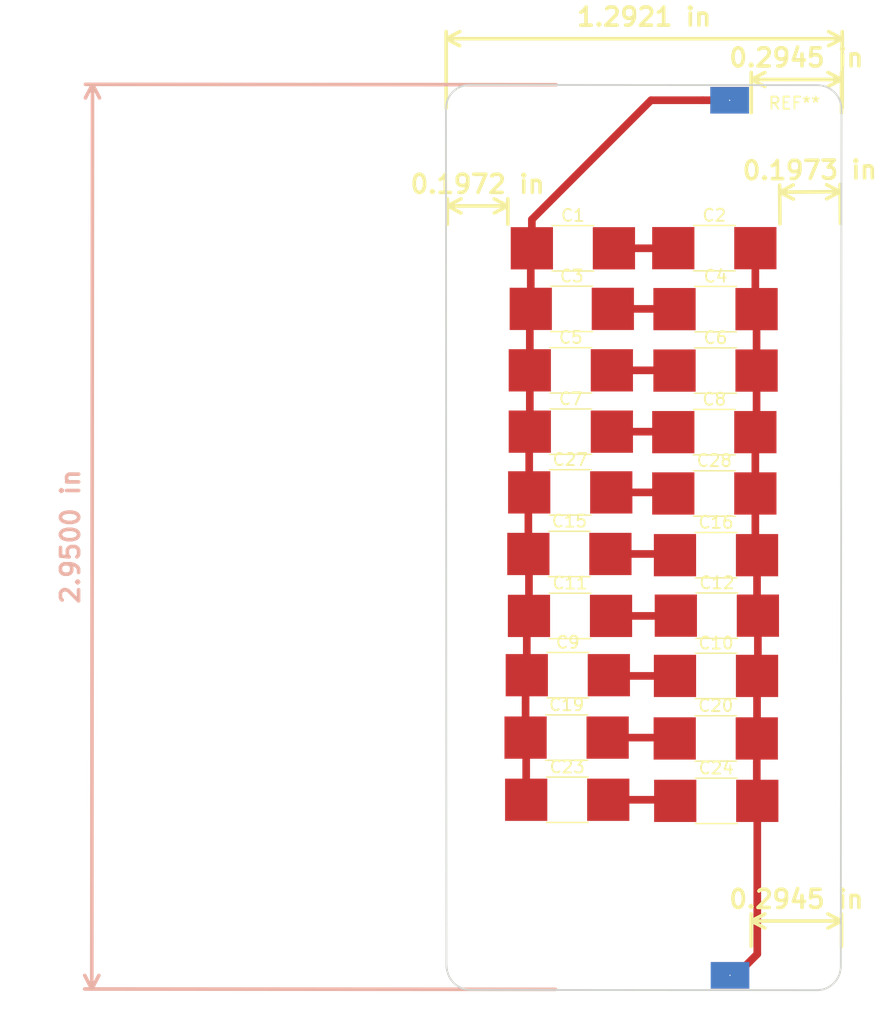
<source format=kicad_pcb>
(kicad_pcb (version 20171130) (host pcbnew "(5.0.2-5-10.14)")

  (general
    (thickness 1.6)
    (drawings 14)
    (tracks 76)
    (zones 0)
    (modules 22)
    (nets 13)
  )

  (page A4)
  (layers
    (0 F.Cu signal)
    (31 B.Cu signal)
    (32 B.Adhes user)
    (33 F.Adhes user)
    (34 B.Paste user)
    (35 F.Paste user)
    (36 B.SilkS user)
    (37 F.SilkS user)
    (38 B.Mask user)
    (39 F.Mask user)
    (40 Dwgs.User user)
    (41 Cmts.User user)
    (42 Eco1.User user)
    (43 Eco2.User user)
    (44 Edge.Cuts user)
    (45 Margin user)
    (46 B.CrtYd user)
    (47 F.CrtYd user)
    (48 B.Fab user)
    (49 F.Fab user)
  )

  (setup
    (last_trace_width 0.635)
    (trace_clearance 0.2)
    (zone_clearance 0.508)
    (zone_45_only no)
    (trace_min 0.2)
    (segment_width 0.2)
    (edge_width 0.15)
    (via_size 0.8)
    (via_drill 0.4)
    (via_min_size 0.4)
    (via_min_drill 0.3)
    (uvia_size 0.3)
    (uvia_drill 0.1)
    (uvias_allowed no)
    (uvia_min_size 0.2)
    (uvia_min_drill 0.1)
    (pcb_text_width 0.3)
    (pcb_text_size 1.5 1.5)
    (mod_edge_width 0.15)
    (mod_text_size 1 1)
    (mod_text_width 0.15)
    (pad_size 3.2 2.2)
    (pad_drill 0.1)
    (pad_to_mask_clearance 0.051)
    (solder_mask_min_width 0.25)
    (aux_axis_origin 0 0)
    (visible_elements FFFFFF7F)
    (pcbplotparams
      (layerselection 0x010fc_ffffffff)
      (usegerberextensions false)
      (usegerberattributes false)
      (usegerberadvancedattributes false)
      (creategerberjobfile false)
      (excludeedgelayer true)
      (linewidth 0.100000)
      (plotframeref false)
      (viasonmask false)
      (mode 1)
      (useauxorigin false)
      (hpglpennumber 1)
      (hpglpenspeed 20)
      (hpglpendiameter 15.000000)
      (psnegative false)
      (psa4output false)
      (plotreference true)
      (plotvalue true)
      (plotinvisibletext false)
      (padsonsilk false)
      (subtractmaskfromsilk false)
      (outputformat 1)
      (mirror false)
      (drillshape 1)
      (scaleselection 1)
      (outputdirectory ""))
  )

  (net 0 "")
  (net 1 "Net-(C1-Pad2)")
  (net 2 VCC)
  (net 3 GND)
  (net 4 "Net-(C3-Pad2)")
  (net 5 "Net-(C5-Pad2)")
  (net 6 "Net-(C7-Pad2)")
  (net 7 "Net-(C10-Pad1)")
  (net 8 "Net-(C11-Pad2)")
  (net 9 "Net-(C15-Pad2)")
  (net 10 "Net-(C19-Pad2)")
  (net 11 "Net-(C23-Pad2)")
  (net 12 "Net-(C27-Pad2)")

  (net_class Default "This is the default net class."
    (clearance 0.2)
    (trace_width 0.635)
    (via_dia 0.8)
    (via_drill 0.4)
    (uvia_dia 0.3)
    (uvia_drill 0.1)
    (add_net GND)
    (add_net "Net-(C1-Pad2)")
    (add_net "Net-(C10-Pad1)")
    (add_net "Net-(C11-Pad2)")
    (add_net "Net-(C15-Pad2)")
    (add_net "Net-(C19-Pad2)")
    (add_net "Net-(C23-Pad2)")
    (add_net "Net-(C27-Pad2)")
    (add_net "Net-(C3-Pad2)")
    (add_net "Net-(C5-Pad2)")
    (add_net "Net-(C7-Pad2)")
    (add_net VCC)
  )

  (module Resistors_SMD:R_1812_HandSoldering (layer F.Cu) (tedit 58E0A804) (tstamp 5CCB8326)
    (at 123.56 34.01)
    (descr "Resistor SMD 1812, hand soldering, Panasonic (see ERJ12)")
    (tags "resistor 1812")
    (path /5CCA1A39)
    (attr smd)
    (fp_text reference C1 (at 0 -2.72) (layer F.SilkS)
      (effects (font (size 1 1) (thickness 0.15)))
    )
    (fp_text value 0.1u (at 0 2.85) (layer F.Fab)
      (effects (font (size 1 1) (thickness 0.15)))
    )
    (fp_line (start 5.4 2) (end -5.41 2) (layer F.CrtYd) (width 0.05))
    (fp_line (start 5.4 2) (end 5.4 -2) (layer F.CrtYd) (width 0.05))
    (fp_line (start -5.41 -2) (end -5.41 2) (layer F.CrtYd) (width 0.05))
    (fp_line (start -5.41 -2) (end 5.4 -2) (layer F.CrtYd) (width 0.05))
    (fp_line (start -1.73 -1.88) (end 1.73 -1.88) (layer F.SilkS) (width 0.12))
    (fp_line (start -1.73 1.88) (end 1.73 1.88) (layer F.SilkS) (width 0.12))
    (fp_line (start -2.25 -1.6) (end 2.25 -1.6) (layer F.Fab) (width 0.1))
    (fp_line (start 2.25 -1.6) (end 2.25 1.6) (layer F.Fab) (width 0.1))
    (fp_line (start 2.25 1.6) (end -2.25 1.6) (layer F.Fab) (width 0.1))
    (fp_line (start -2.25 1.6) (end -2.25 -1.6) (layer F.Fab) (width 0.1))
    (fp_text user %R (at 0 0) (layer F.Fab)
      (effects (font (size 1 1) (thickness 0.15)))
    )
    (pad 2 smd rect (at 3.4 0) (size 3.5 3.5) (layers F.Cu F.Paste F.Mask)
      (net 1 "Net-(C1-Pad2)"))
    (pad 1 smd rect (at -3.4 0) (size 3.5 3.5) (layers F.Cu F.Paste F.Mask)
      (net 2 VCC))
    (model ${KISYS3DMOD}/Resistors_SMD.3dshapes/R_1812.wrl
      (at (xyz 0 0 0))
      (scale (xyz 1 1 1))
      (rotate (xyz 0 0 0))
    )
  )

  (module Resistors_SMD:R_1812_HandSoldering (layer F.Cu) (tedit 58E0A804) (tstamp 5CCB7B3A)
    (at 135.28 34)
    (descr "Resistor SMD 1812, hand soldering, Panasonic (see ERJ12)")
    (tags "resistor 1812")
    (path /5CCA1A6B)
    (attr smd)
    (fp_text reference C2 (at 0 -2.72) (layer F.SilkS)
      (effects (font (size 1 1) (thickness 0.15)))
    )
    (fp_text value 0.1u (at 0 2.85) (layer F.Fab)
      (effects (font (size 1 1) (thickness 0.15)))
    )
    (fp_text user %R (at 0 0) (layer F.Fab)
      (effects (font (size 1 1) (thickness 0.15)))
    )
    (fp_line (start -2.25 1.6) (end -2.25 -1.6) (layer F.Fab) (width 0.1))
    (fp_line (start 2.25 1.6) (end -2.25 1.6) (layer F.Fab) (width 0.1))
    (fp_line (start 2.25 -1.6) (end 2.25 1.6) (layer F.Fab) (width 0.1))
    (fp_line (start -2.25 -1.6) (end 2.25 -1.6) (layer F.Fab) (width 0.1))
    (fp_line (start -1.73 1.88) (end 1.73 1.88) (layer F.SilkS) (width 0.12))
    (fp_line (start -1.73 -1.88) (end 1.73 -1.88) (layer F.SilkS) (width 0.12))
    (fp_line (start -5.41 -2) (end 5.4 -2) (layer F.CrtYd) (width 0.05))
    (fp_line (start -5.41 -2) (end -5.41 2) (layer F.CrtYd) (width 0.05))
    (fp_line (start 5.4 2) (end 5.4 -2) (layer F.CrtYd) (width 0.05))
    (fp_line (start 5.4 2) (end -5.41 2) (layer F.CrtYd) (width 0.05))
    (pad 1 smd rect (at -3.4 0) (size 3.5 3.5) (layers F.Cu F.Paste F.Mask)
      (net 1 "Net-(C1-Pad2)"))
    (pad 2 smd rect (at 3.4 0) (size 3.5 3.5) (layers F.Cu F.Paste F.Mask)
      (net 3 GND))
    (model ${KISYS3DMOD}/Resistors_SMD.3dshapes/R_1812.wrl
      (at (xyz 0 0 0))
      (scale (xyz 1 1 1))
      (rotate (xyz 0 0 0))
    )
  )

  (module Resistors_SMD:R_1812_HandSoldering (layer F.Cu) (tedit 58E0A804) (tstamp 5CCB6A91)
    (at 123.47 39.03)
    (descr "Resistor SMD 1812, hand soldering, Panasonic (see ERJ12)")
    (tags "resistor 1812")
    (path /5CCABA02)
    (attr smd)
    (fp_text reference C3 (at 0 -2.72) (layer F.SilkS)
      (effects (font (size 1 1) (thickness 0.15)))
    )
    (fp_text value 0.1u (at 0 2.85) (layer F.Fab)
      (effects (font (size 1 1) (thickness 0.15)))
    )
    (fp_line (start 5.4 2) (end -5.41 2) (layer F.CrtYd) (width 0.05))
    (fp_line (start 5.4 2) (end 5.4 -2) (layer F.CrtYd) (width 0.05))
    (fp_line (start -5.41 -2) (end -5.41 2) (layer F.CrtYd) (width 0.05))
    (fp_line (start -5.41 -2) (end 5.4 -2) (layer F.CrtYd) (width 0.05))
    (fp_line (start -1.73 -1.88) (end 1.73 -1.88) (layer F.SilkS) (width 0.12))
    (fp_line (start -1.73 1.88) (end 1.73 1.88) (layer F.SilkS) (width 0.12))
    (fp_line (start -2.25 -1.6) (end 2.25 -1.6) (layer F.Fab) (width 0.1))
    (fp_line (start 2.25 -1.6) (end 2.25 1.6) (layer F.Fab) (width 0.1))
    (fp_line (start 2.25 1.6) (end -2.25 1.6) (layer F.Fab) (width 0.1))
    (fp_line (start -2.25 1.6) (end -2.25 -1.6) (layer F.Fab) (width 0.1))
    (fp_text user %R (at 0 0) (layer F.Fab)
      (effects (font (size 1 1) (thickness 0.15)))
    )
    (pad 2 smd rect (at 3.4 0) (size 3.5 3.5) (layers F.Cu F.Paste F.Mask)
      (net 4 "Net-(C3-Pad2)"))
    (pad 1 smd rect (at -3.4 0) (size 3.5 3.5) (layers F.Cu F.Paste F.Mask)
      (net 2 VCC))
    (model ${KISYS3DMOD}/Resistors_SMD.3dshapes/R_1812.wrl
      (at (xyz 0 0 0))
      (scale (xyz 1 1 1))
      (rotate (xyz 0 0 0))
    )
  )

  (module Resistors_SMD:R_1812_HandSoldering (layer F.Cu) (tedit 58E0A804) (tstamp 5CCB843B)
    (at 135.38 39.05)
    (descr "Resistor SMD 1812, hand soldering, Panasonic (see ERJ12)")
    (tags "resistor 1812")
    (path /5CCABA09)
    (attr smd)
    (fp_text reference C4 (at 0 -2.72) (layer F.SilkS)
      (effects (font (size 1 1) (thickness 0.15)))
    )
    (fp_text value 0.1u (at 0 2.85) (layer F.Fab)
      (effects (font (size 1 1) (thickness 0.15)))
    )
    (fp_text user %R (at 0 0) (layer F.Fab)
      (effects (font (size 1 1) (thickness 0.15)))
    )
    (fp_line (start -2.25 1.6) (end -2.25 -1.6) (layer F.Fab) (width 0.1))
    (fp_line (start 2.25 1.6) (end -2.25 1.6) (layer F.Fab) (width 0.1))
    (fp_line (start 2.25 -1.6) (end 2.25 1.6) (layer F.Fab) (width 0.1))
    (fp_line (start -2.25 -1.6) (end 2.25 -1.6) (layer F.Fab) (width 0.1))
    (fp_line (start -1.73 1.88) (end 1.73 1.88) (layer F.SilkS) (width 0.12))
    (fp_line (start -1.73 -1.88) (end 1.73 -1.88) (layer F.SilkS) (width 0.12))
    (fp_line (start -5.41 -2) (end 5.4 -2) (layer F.CrtYd) (width 0.05))
    (fp_line (start -5.41 -2) (end -5.41 2) (layer F.CrtYd) (width 0.05))
    (fp_line (start 5.4 2) (end 5.4 -2) (layer F.CrtYd) (width 0.05))
    (fp_line (start 5.4 2) (end -5.41 2) (layer F.CrtYd) (width 0.05))
    (pad 1 smd rect (at -3.4 0) (size 3.5 3.5) (layers F.Cu F.Paste F.Mask)
      (net 4 "Net-(C3-Pad2)"))
    (pad 2 smd rect (at 3.4 0) (size 3.5 3.5) (layers F.Cu F.Paste F.Mask)
      (net 3 GND))
    (model ${KISYS3DMOD}/Resistors_SMD.3dshapes/R_1812.wrl
      (at (xyz 0 0 0))
      (scale (xyz 1 1 1))
      (rotate (xyz 0 0 0))
    )
  )

  (module Resistors_SMD:R_1812_HandSoldering (layer F.Cu) (tedit 58E0A804) (tstamp 5CCB6A61)
    (at 123.39 44.12)
    (descr "Resistor SMD 1812, hand soldering, Panasonic (see ERJ12)")
    (tags "resistor 1812")
    (path /5CCABAD8)
    (attr smd)
    (fp_text reference C5 (at 0 -2.72) (layer F.SilkS)
      (effects (font (size 1 1) (thickness 0.15)))
    )
    (fp_text value 0.1u (at 0 2.85) (layer F.Fab)
      (effects (font (size 1 1) (thickness 0.15)))
    )
    (fp_line (start 5.4 2) (end -5.41 2) (layer F.CrtYd) (width 0.05))
    (fp_line (start 5.4 2) (end 5.4 -2) (layer F.CrtYd) (width 0.05))
    (fp_line (start -5.41 -2) (end -5.41 2) (layer F.CrtYd) (width 0.05))
    (fp_line (start -5.41 -2) (end 5.4 -2) (layer F.CrtYd) (width 0.05))
    (fp_line (start -1.73 -1.88) (end 1.73 -1.88) (layer F.SilkS) (width 0.12))
    (fp_line (start -1.73 1.88) (end 1.73 1.88) (layer F.SilkS) (width 0.12))
    (fp_line (start -2.25 -1.6) (end 2.25 -1.6) (layer F.Fab) (width 0.1))
    (fp_line (start 2.25 -1.6) (end 2.25 1.6) (layer F.Fab) (width 0.1))
    (fp_line (start 2.25 1.6) (end -2.25 1.6) (layer F.Fab) (width 0.1))
    (fp_line (start -2.25 1.6) (end -2.25 -1.6) (layer F.Fab) (width 0.1))
    (fp_text user %R (at 0 0) (layer F.Fab)
      (effects (font (size 1 1) (thickness 0.15)))
    )
    (pad 2 smd rect (at 3.4 0) (size 3.5 3.5) (layers F.Cu F.Paste F.Mask)
      (net 5 "Net-(C5-Pad2)"))
    (pad 1 smd rect (at -3.4 0) (size 3.5 3.5) (layers F.Cu F.Paste F.Mask)
      (net 2 VCC))
    (model ${KISYS3DMOD}/Resistors_SMD.3dshapes/R_1812.wrl
      (at (xyz 0 0 0))
      (scale (xyz 1 1 1))
      (rotate (xyz 0 0 0))
    )
  )

  (module Resistors_SMD:R_1812_HandSoldering (layer F.Cu) (tedit 58E0A804) (tstamp 5CCA30C2)
    (at 135.38 44.14)
    (descr "Resistor SMD 1812, hand soldering, Panasonic (see ERJ12)")
    (tags "resistor 1812")
    (path /5CCABADF)
    (attr smd)
    (fp_text reference C6 (at 0 -2.72) (layer F.SilkS)
      (effects (font (size 1 1) (thickness 0.15)))
    )
    (fp_text value 0.1u (at 0 2.85) (layer F.Fab)
      (effects (font (size 1 1) (thickness 0.15)))
    )
    (fp_text user %R (at 0 0) (layer F.Fab)
      (effects (font (size 1 1) (thickness 0.15)))
    )
    (fp_line (start -2.25 1.6) (end -2.25 -1.6) (layer F.Fab) (width 0.1))
    (fp_line (start 2.25 1.6) (end -2.25 1.6) (layer F.Fab) (width 0.1))
    (fp_line (start 2.25 -1.6) (end 2.25 1.6) (layer F.Fab) (width 0.1))
    (fp_line (start -2.25 -1.6) (end 2.25 -1.6) (layer F.Fab) (width 0.1))
    (fp_line (start -1.73 1.88) (end 1.73 1.88) (layer F.SilkS) (width 0.12))
    (fp_line (start -1.73 -1.88) (end 1.73 -1.88) (layer F.SilkS) (width 0.12))
    (fp_line (start -5.41 -2) (end 5.4 -2) (layer F.CrtYd) (width 0.05))
    (fp_line (start -5.41 -2) (end -5.41 2) (layer F.CrtYd) (width 0.05))
    (fp_line (start 5.4 2) (end 5.4 -2) (layer F.CrtYd) (width 0.05))
    (fp_line (start 5.4 2) (end -5.41 2) (layer F.CrtYd) (width 0.05))
    (pad 1 smd rect (at -3.4 0) (size 3.5 3.5) (layers F.Cu F.Paste F.Mask)
      (net 5 "Net-(C5-Pad2)"))
    (pad 2 smd rect (at 3.4 0) (size 3.5 3.5) (layers F.Cu F.Paste F.Mask)
      (net 3 GND))
    (model ${KISYS3DMOD}/Resistors_SMD.3dshapes/R_1812.wrl
      (at (xyz 0 0 0))
      (scale (xyz 1 1 1))
      (rotate (xyz 0 0 0))
    )
  )

  (module Resistors_SMD:R_1812_HandSoldering (layer F.Cu) (tedit 58E0A804) (tstamp 5CCB8DA7)
    (at 123.39 49.2)
    (descr "Resistor SMD 1812, hand soldering, Panasonic (see ERJ12)")
    (tags "resistor 1812")
    (path /5CCABAE9)
    (attr smd)
    (fp_text reference C7 (at 0 -2.72) (layer F.SilkS)
      (effects (font (size 1 1) (thickness 0.15)))
    )
    (fp_text value 0.1u (at 0 2.85) (layer F.Fab)
      (effects (font (size 1 1) (thickness 0.15)))
    )
    (fp_line (start 5.4 2) (end -5.41 2) (layer F.CrtYd) (width 0.05))
    (fp_line (start 5.4 2) (end 5.4 -2) (layer F.CrtYd) (width 0.05))
    (fp_line (start -5.41 -2) (end -5.41 2) (layer F.CrtYd) (width 0.05))
    (fp_line (start -5.41 -2) (end 5.4 -2) (layer F.CrtYd) (width 0.05))
    (fp_line (start -1.73 -1.88) (end 1.73 -1.88) (layer F.SilkS) (width 0.12))
    (fp_line (start -1.73 1.88) (end 1.73 1.88) (layer F.SilkS) (width 0.12))
    (fp_line (start -2.25 -1.6) (end 2.25 -1.6) (layer F.Fab) (width 0.1))
    (fp_line (start 2.25 -1.6) (end 2.25 1.6) (layer F.Fab) (width 0.1))
    (fp_line (start 2.25 1.6) (end -2.25 1.6) (layer F.Fab) (width 0.1))
    (fp_line (start -2.25 1.6) (end -2.25 -1.6) (layer F.Fab) (width 0.1))
    (fp_text user %R (at 0 0) (layer F.Fab)
      (effects (font (size 1 1) (thickness 0.15)))
    )
    (pad 2 smd rect (at 3.4 0) (size 3.5 3.5) (layers F.Cu F.Paste F.Mask)
      (net 6 "Net-(C7-Pad2)"))
    (pad 1 smd rect (at -3.4 0) (size 3.5 3.5) (layers F.Cu F.Paste F.Mask)
      (net 2 VCC))
    (model ${KISYS3DMOD}/Resistors_SMD.3dshapes/R_1812.wrl
      (at (xyz 0 0 0))
      (scale (xyz 1 1 1))
      (rotate (xyz 0 0 0))
    )
  )

  (module Resistors_SMD:R_1812_HandSoldering (layer F.Cu) (tedit 58E0A804) (tstamp 5CCB855E)
    (at 135.28 49.24)
    (descr "Resistor SMD 1812, hand soldering, Panasonic (see ERJ12)")
    (tags "resistor 1812")
    (path /5CCABAF0)
    (attr smd)
    (fp_text reference C8 (at 0 -2.72) (layer F.SilkS)
      (effects (font (size 1 1) (thickness 0.15)))
    )
    (fp_text value 0.1u (at 0 2.85) (layer F.Fab)
      (effects (font (size 1 1) (thickness 0.15)))
    )
    (fp_text user %R (at 0 0) (layer F.Fab)
      (effects (font (size 1 1) (thickness 0.15)))
    )
    (fp_line (start -2.25 1.6) (end -2.25 -1.6) (layer F.Fab) (width 0.1))
    (fp_line (start 2.25 1.6) (end -2.25 1.6) (layer F.Fab) (width 0.1))
    (fp_line (start 2.25 -1.6) (end 2.25 1.6) (layer F.Fab) (width 0.1))
    (fp_line (start -2.25 -1.6) (end 2.25 -1.6) (layer F.Fab) (width 0.1))
    (fp_line (start -1.73 1.88) (end 1.73 1.88) (layer F.SilkS) (width 0.12))
    (fp_line (start -1.73 -1.88) (end 1.73 -1.88) (layer F.SilkS) (width 0.12))
    (fp_line (start -5.41 -2) (end 5.4 -2) (layer F.CrtYd) (width 0.05))
    (fp_line (start -5.41 -2) (end -5.41 2) (layer F.CrtYd) (width 0.05))
    (fp_line (start 5.4 2) (end 5.4 -2) (layer F.CrtYd) (width 0.05))
    (fp_line (start 5.4 2) (end -5.41 2) (layer F.CrtYd) (width 0.05))
    (pad 1 smd rect (at -3.4 0) (size 3.5 3.5) (layers F.Cu F.Paste F.Mask)
      (net 6 "Net-(C7-Pad2)"))
    (pad 2 smd rect (at 3.4 0) (size 3.5 3.5) (layers F.Cu F.Paste F.Mask)
      (net 3 GND))
    (model ${KISYS3DMOD}/Resistors_SMD.3dshapes/R_1812.wrl
      (at (xyz 0 0 0))
      (scale (xyz 1 1 1))
      (rotate (xyz 0 0 0))
    )
  )

  (module Resistors_SMD:R_1812_HandSoldering (layer F.Cu) (tedit 58E0A804) (tstamp 5CCB6A01)
    (at 123.14 69.37)
    (descr "Resistor SMD 1812, hand soldering, Panasonic (see ERJ12)")
    (tags "resistor 1812")
    (path /5CCABC14)
    (attr smd)
    (fp_text reference C9 (at 0 -2.72) (layer F.SilkS)
      (effects (font (size 1 1) (thickness 0.15)))
    )
    (fp_text value 0.1u (at 0 2.85) (layer F.Fab)
      (effects (font (size 1 1) (thickness 0.15)))
    )
    (fp_line (start 5.4 2) (end -5.41 2) (layer F.CrtYd) (width 0.05))
    (fp_line (start 5.4 2) (end 5.4 -2) (layer F.CrtYd) (width 0.05))
    (fp_line (start -5.41 -2) (end -5.41 2) (layer F.CrtYd) (width 0.05))
    (fp_line (start -5.41 -2) (end 5.4 -2) (layer F.CrtYd) (width 0.05))
    (fp_line (start -1.73 -1.88) (end 1.73 -1.88) (layer F.SilkS) (width 0.12))
    (fp_line (start -1.73 1.88) (end 1.73 1.88) (layer F.SilkS) (width 0.12))
    (fp_line (start -2.25 -1.6) (end 2.25 -1.6) (layer F.Fab) (width 0.1))
    (fp_line (start 2.25 -1.6) (end 2.25 1.6) (layer F.Fab) (width 0.1))
    (fp_line (start 2.25 1.6) (end -2.25 1.6) (layer F.Fab) (width 0.1))
    (fp_line (start -2.25 1.6) (end -2.25 -1.6) (layer F.Fab) (width 0.1))
    (fp_text user %R (at 0 0) (layer F.Fab)
      (effects (font (size 1 1) (thickness 0.15)))
    )
    (pad 2 smd rect (at 3.4 0) (size 3.5 3.5) (layers F.Cu F.Paste F.Mask)
      (net 7 "Net-(C10-Pad1)"))
    (pad 1 smd rect (at -3.4 0) (size 3.5 3.5) (layers F.Cu F.Paste F.Mask)
      (net 2 VCC))
    (model ${KISYS3DMOD}/Resistors_SMD.3dshapes/R_1812.wrl
      (at (xyz 0 0 0))
      (scale (xyz 1 1 1))
      (rotate (xyz 0 0 0))
    )
  )

  (module Resistors_SMD:R_1812_HandSoldering (layer F.Cu) (tedit 58E0A804) (tstamp 5CCB8BBE)
    (at 135.42 69.43)
    (descr "Resistor SMD 1812, hand soldering, Panasonic (see ERJ12)")
    (tags "resistor 1812")
    (path /5CCABC1B)
    (attr smd)
    (fp_text reference C10 (at 0 -2.72) (layer F.SilkS)
      (effects (font (size 1 1) (thickness 0.15)))
    )
    (fp_text value 0.1u (at 0 2.85) (layer F.Fab)
      (effects (font (size 1 1) (thickness 0.15)))
    )
    (fp_text user %R (at 0 0) (layer F.Fab)
      (effects (font (size 1 1) (thickness 0.15)))
    )
    (fp_line (start -2.25 1.6) (end -2.25 -1.6) (layer F.Fab) (width 0.1))
    (fp_line (start 2.25 1.6) (end -2.25 1.6) (layer F.Fab) (width 0.1))
    (fp_line (start 2.25 -1.6) (end 2.25 1.6) (layer F.Fab) (width 0.1))
    (fp_line (start -2.25 -1.6) (end 2.25 -1.6) (layer F.Fab) (width 0.1))
    (fp_line (start -1.73 1.88) (end 1.73 1.88) (layer F.SilkS) (width 0.12))
    (fp_line (start -1.73 -1.88) (end 1.73 -1.88) (layer F.SilkS) (width 0.12))
    (fp_line (start -5.41 -2) (end 5.4 -2) (layer F.CrtYd) (width 0.05))
    (fp_line (start -5.41 -2) (end -5.41 2) (layer F.CrtYd) (width 0.05))
    (fp_line (start 5.4 2) (end 5.4 -2) (layer F.CrtYd) (width 0.05))
    (fp_line (start 5.4 2) (end -5.41 2) (layer F.CrtYd) (width 0.05))
    (pad 1 smd rect (at -3.4 0) (size 3.5 3.5) (layers F.Cu F.Paste F.Mask)
      (net 7 "Net-(C10-Pad1)"))
    (pad 2 smd rect (at 3.4 0) (size 3.5 3.5) (layers F.Cu F.Paste F.Mask)
      (net 3 GND))
    (model ${KISYS3DMOD}/Resistors_SMD.3dshapes/R_1812.wrl
      (at (xyz 0 0 0))
      (scale (xyz 1 1 1))
      (rotate (xyz 0 0 0))
    )
  )

  (module Resistors_SMD:R_1812_HandSoldering (layer F.Cu) (tedit 58E0A804) (tstamp 5CCB6A31)
    (at 123.32 64.46)
    (descr "Resistor SMD 1812, hand soldering, Panasonic (see ERJ12)")
    (tags "resistor 1812")
    (path /5CCABC25)
    (attr smd)
    (fp_text reference C11 (at 0 -2.72) (layer F.SilkS)
      (effects (font (size 1 1) (thickness 0.15)))
    )
    (fp_text value 0.1u (at 0 2.85) (layer F.Fab)
      (effects (font (size 1 1) (thickness 0.15)))
    )
    (fp_line (start 5.4 2) (end -5.41 2) (layer F.CrtYd) (width 0.05))
    (fp_line (start 5.4 2) (end 5.4 -2) (layer F.CrtYd) (width 0.05))
    (fp_line (start -5.41 -2) (end -5.41 2) (layer F.CrtYd) (width 0.05))
    (fp_line (start -5.41 -2) (end 5.4 -2) (layer F.CrtYd) (width 0.05))
    (fp_line (start -1.73 -1.88) (end 1.73 -1.88) (layer F.SilkS) (width 0.12))
    (fp_line (start -1.73 1.88) (end 1.73 1.88) (layer F.SilkS) (width 0.12))
    (fp_line (start -2.25 -1.6) (end 2.25 -1.6) (layer F.Fab) (width 0.1))
    (fp_line (start 2.25 -1.6) (end 2.25 1.6) (layer F.Fab) (width 0.1))
    (fp_line (start 2.25 1.6) (end -2.25 1.6) (layer F.Fab) (width 0.1))
    (fp_line (start -2.25 1.6) (end -2.25 -1.6) (layer F.Fab) (width 0.1))
    (fp_text user %R (at 0 0) (layer F.Fab)
      (effects (font (size 1 1) (thickness 0.15)))
    )
    (pad 2 smd rect (at 3.4 0) (size 3.5 3.5) (layers F.Cu F.Paste F.Mask)
      (net 8 "Net-(C11-Pad2)"))
    (pad 1 smd rect (at -3.4 0) (size 3.5 3.5) (layers F.Cu F.Paste F.Mask)
      (net 2 VCC))
    (model ${KISYS3DMOD}/Resistors_SMD.3dshapes/R_1812.wrl
      (at (xyz 0 0 0))
      (scale (xyz 1 1 1))
      (rotate (xyz 0 0 0))
    )
  )

  (module Resistors_SMD:R_1812_HandSoldering (layer F.Cu) (tedit 58E0A804) (tstamp 5CCB8984)
    (at 135.49 64.44)
    (descr "Resistor SMD 1812, hand soldering, Panasonic (see ERJ12)")
    (tags "resistor 1812")
    (path /5CCABC2C)
    (attr smd)
    (fp_text reference C12 (at 0 -2.72) (layer F.SilkS)
      (effects (font (size 1 1) (thickness 0.15)))
    )
    (fp_text value 0.1u (at 0 2.85) (layer F.Fab)
      (effects (font (size 1 1) (thickness 0.15)))
    )
    (fp_text user %R (at 0 0) (layer F.Fab)
      (effects (font (size 1 1) (thickness 0.15)))
    )
    (fp_line (start -2.25 1.6) (end -2.25 -1.6) (layer F.Fab) (width 0.1))
    (fp_line (start 2.25 1.6) (end -2.25 1.6) (layer F.Fab) (width 0.1))
    (fp_line (start 2.25 -1.6) (end 2.25 1.6) (layer F.Fab) (width 0.1))
    (fp_line (start -2.25 -1.6) (end 2.25 -1.6) (layer F.Fab) (width 0.1))
    (fp_line (start -1.73 1.88) (end 1.73 1.88) (layer F.SilkS) (width 0.12))
    (fp_line (start -1.73 -1.88) (end 1.73 -1.88) (layer F.SilkS) (width 0.12))
    (fp_line (start -5.41 -2) (end 5.4 -2) (layer F.CrtYd) (width 0.05))
    (fp_line (start -5.41 -2) (end -5.41 2) (layer F.CrtYd) (width 0.05))
    (fp_line (start 5.4 2) (end 5.4 -2) (layer F.CrtYd) (width 0.05))
    (fp_line (start 5.4 2) (end -5.41 2) (layer F.CrtYd) (width 0.05))
    (pad 1 smd rect (at -3.4 0) (size 3.5 3.5) (layers F.Cu F.Paste F.Mask)
      (net 8 "Net-(C11-Pad2)"))
    (pad 2 smd rect (at 3.4 0) (size 3.5 3.5) (layers F.Cu F.Paste F.Mask)
      (net 3 GND))
    (model ${KISYS3DMOD}/Resistors_SMD.3dshapes/R_1812.wrl
      (at (xyz 0 0 0))
      (scale (xyz 1 1 1))
      (rotate (xyz 0 0 0))
    )
  )

  (module Resistors_SMD:R_1812_HandSoldering (layer F.Cu) (tedit 58E0A804) (tstamp 5CCA315B)
    (at 123.27 59.33)
    (descr "Resistor SMD 1812, hand soldering, Panasonic (see ERJ12)")
    (tags "resistor 1812")
    (path /5CCABE74)
    (attr smd)
    (fp_text reference C15 (at 0 -2.72) (layer F.SilkS)
      (effects (font (size 1 1) (thickness 0.15)))
    )
    (fp_text value 0.1u (at 0 2.85) (layer F.Fab)
      (effects (font (size 1 1) (thickness 0.15)))
    )
    (fp_line (start 5.4 2) (end -5.41 2) (layer F.CrtYd) (width 0.05))
    (fp_line (start 5.4 2) (end 5.4 -2) (layer F.CrtYd) (width 0.05))
    (fp_line (start -5.41 -2) (end -5.41 2) (layer F.CrtYd) (width 0.05))
    (fp_line (start -5.41 -2) (end 5.4 -2) (layer F.CrtYd) (width 0.05))
    (fp_line (start -1.73 -1.88) (end 1.73 -1.88) (layer F.SilkS) (width 0.12))
    (fp_line (start -1.73 1.88) (end 1.73 1.88) (layer F.SilkS) (width 0.12))
    (fp_line (start -2.25 -1.6) (end 2.25 -1.6) (layer F.Fab) (width 0.1))
    (fp_line (start 2.25 -1.6) (end 2.25 1.6) (layer F.Fab) (width 0.1))
    (fp_line (start 2.25 1.6) (end -2.25 1.6) (layer F.Fab) (width 0.1))
    (fp_line (start -2.25 1.6) (end -2.25 -1.6) (layer F.Fab) (width 0.1))
    (fp_text user %R (at 0 0) (layer F.Fab)
      (effects (font (size 1 1) (thickness 0.15)))
    )
    (pad 2 smd rect (at 3.4 0) (size 3.5 3.5) (layers F.Cu F.Paste F.Mask)
      (net 9 "Net-(C15-Pad2)"))
    (pad 1 smd rect (at -3.4 0) (size 3.5 3.5) (layers F.Cu F.Paste F.Mask)
      (net 2 VCC))
    (model ${KISYS3DMOD}/Resistors_SMD.3dshapes/R_1812.wrl
      (at (xyz 0 0 0))
      (scale (xyz 1 1 1))
      (rotate (xyz 0 0 0))
    )
  )

  (module Resistors_SMD:R_1812_HandSoldering (layer F.Cu) (tedit 58E0A804) (tstamp 5CCB6B51)
    (at 135.42 59.43)
    (descr "Resistor SMD 1812, hand soldering, Panasonic (see ERJ12)")
    (tags "resistor 1812")
    (path /5CCABE7B)
    (attr smd)
    (fp_text reference C16 (at 0 -2.72) (layer F.SilkS)
      (effects (font (size 1 1) (thickness 0.15)))
    )
    (fp_text value 0.1u (at 0 2.85) (layer F.Fab)
      (effects (font (size 1 1) (thickness 0.15)))
    )
    (fp_text user %R (at 0 0) (layer F.Fab)
      (effects (font (size 1 1) (thickness 0.15)))
    )
    (fp_line (start -2.25 1.6) (end -2.25 -1.6) (layer F.Fab) (width 0.1))
    (fp_line (start 2.25 1.6) (end -2.25 1.6) (layer F.Fab) (width 0.1))
    (fp_line (start 2.25 -1.6) (end 2.25 1.6) (layer F.Fab) (width 0.1))
    (fp_line (start -2.25 -1.6) (end 2.25 -1.6) (layer F.Fab) (width 0.1))
    (fp_line (start -1.73 1.88) (end 1.73 1.88) (layer F.SilkS) (width 0.12))
    (fp_line (start -1.73 -1.88) (end 1.73 -1.88) (layer F.SilkS) (width 0.12))
    (fp_line (start -5.41 -2) (end 5.4 -2) (layer F.CrtYd) (width 0.05))
    (fp_line (start -5.41 -2) (end -5.41 2) (layer F.CrtYd) (width 0.05))
    (fp_line (start 5.4 2) (end 5.4 -2) (layer F.CrtYd) (width 0.05))
    (fp_line (start 5.4 2) (end -5.41 2) (layer F.CrtYd) (width 0.05))
    (pad 1 smd rect (at -3.4 0) (size 3.5 3.5) (layers F.Cu F.Paste F.Mask)
      (net 9 "Net-(C15-Pad2)"))
    (pad 2 smd rect (at 3.4 0) (size 3.5 3.5) (layers F.Cu F.Paste F.Mask)
      (net 3 GND))
    (model ${KISYS3DMOD}/Resistors_SMD.3dshapes/R_1812.wrl
      (at (xyz 0 0 0))
      (scale (xyz 1 1 1))
      (rotate (xyz 0 0 0))
    )
  )

  (module Resistors_SMD:R_1812_HandSoldering (layer F.Cu) (tedit 58E0A804) (tstamp 5CCA319F)
    (at 123.04 74.54)
    (descr "Resistor SMD 1812, hand soldering, Panasonic (see ERJ12)")
    (tags "resistor 1812")
    (path /5CCAC25E)
    (attr smd)
    (fp_text reference C19 (at 0 -2.72) (layer F.SilkS)
      (effects (font (size 1 1) (thickness 0.15)))
    )
    (fp_text value 0.1u (at 0 2.85) (layer F.Fab)
      (effects (font (size 1 1) (thickness 0.15)))
    )
    (fp_line (start 5.4 2) (end -5.41 2) (layer F.CrtYd) (width 0.05))
    (fp_line (start 5.4 2) (end 5.4 -2) (layer F.CrtYd) (width 0.05))
    (fp_line (start -5.41 -2) (end -5.41 2) (layer F.CrtYd) (width 0.05))
    (fp_line (start -5.41 -2) (end 5.4 -2) (layer F.CrtYd) (width 0.05))
    (fp_line (start -1.73 -1.88) (end 1.73 -1.88) (layer F.SilkS) (width 0.12))
    (fp_line (start -1.73 1.88) (end 1.73 1.88) (layer F.SilkS) (width 0.12))
    (fp_line (start -2.25 -1.6) (end 2.25 -1.6) (layer F.Fab) (width 0.1))
    (fp_line (start 2.25 -1.6) (end 2.25 1.6) (layer F.Fab) (width 0.1))
    (fp_line (start 2.25 1.6) (end -2.25 1.6) (layer F.Fab) (width 0.1))
    (fp_line (start -2.25 1.6) (end -2.25 -1.6) (layer F.Fab) (width 0.1))
    (fp_text user %R (at 0 0) (layer F.Fab)
      (effects (font (size 1 1) (thickness 0.15)))
    )
    (pad 2 smd rect (at 3.4 0) (size 3.5 3.5) (layers F.Cu F.Paste F.Mask)
      (net 10 "Net-(C19-Pad2)"))
    (pad 1 smd rect (at -3.4 0) (size 3.5 3.5) (layers F.Cu F.Paste F.Mask)
      (net 2 VCC))
    (model ${KISYS3DMOD}/Resistors_SMD.3dshapes/R_1812.wrl
      (at (xyz 0 0 0))
      (scale (xyz 1 1 1))
      (rotate (xyz 0 0 0))
    )
  )

  (module Resistors_SMD:R_1812_HandSoldering (layer F.Cu) (tedit 58E0A804) (tstamp 5CCB6B21)
    (at 135.4 74.61)
    (descr "Resistor SMD 1812, hand soldering, Panasonic (see ERJ12)")
    (tags "resistor 1812")
    (path /5CCAC265)
    (attr smd)
    (fp_text reference C20 (at 0 -2.72) (layer F.SilkS)
      (effects (font (size 1 1) (thickness 0.15)))
    )
    (fp_text value 0.1u (at 0 2.85) (layer F.Fab)
      (effects (font (size 1 1) (thickness 0.15)))
    )
    (fp_text user %R (at 0 0) (layer F.Fab)
      (effects (font (size 1 1) (thickness 0.15)))
    )
    (fp_line (start -2.25 1.6) (end -2.25 -1.6) (layer F.Fab) (width 0.1))
    (fp_line (start 2.25 1.6) (end -2.25 1.6) (layer F.Fab) (width 0.1))
    (fp_line (start 2.25 -1.6) (end 2.25 1.6) (layer F.Fab) (width 0.1))
    (fp_line (start -2.25 -1.6) (end 2.25 -1.6) (layer F.Fab) (width 0.1))
    (fp_line (start -1.73 1.88) (end 1.73 1.88) (layer F.SilkS) (width 0.12))
    (fp_line (start -1.73 -1.88) (end 1.73 -1.88) (layer F.SilkS) (width 0.12))
    (fp_line (start -5.41 -2) (end 5.4 -2) (layer F.CrtYd) (width 0.05))
    (fp_line (start -5.41 -2) (end -5.41 2) (layer F.CrtYd) (width 0.05))
    (fp_line (start 5.4 2) (end 5.4 -2) (layer F.CrtYd) (width 0.05))
    (fp_line (start 5.4 2) (end -5.41 2) (layer F.CrtYd) (width 0.05))
    (pad 1 smd rect (at -3.4 0) (size 3.5 3.5) (layers F.Cu F.Paste F.Mask)
      (net 10 "Net-(C19-Pad2)"))
    (pad 2 smd rect (at 3.4 0) (size 3.5 3.5) (layers F.Cu F.Paste F.Mask)
      (net 3 GND))
    (model ${KISYS3DMOD}/Resistors_SMD.3dshapes/R_1812.wrl
      (at (xyz 0 0 0))
      (scale (xyz 1 1 1))
      (rotate (xyz 0 0 0))
    )
  )

  (module Resistors_SMD:R_1812_HandSoldering (layer F.Cu) (tedit 58E0A804) (tstamp 5CCB6AC1)
    (at 123.09 79.69)
    (descr "Resistor SMD 1812, hand soldering, Panasonic (see ERJ12)")
    (tags "resistor 1812")
    (path /5CCACAE1)
    (attr smd)
    (fp_text reference C23 (at 0 -2.72) (layer F.SilkS)
      (effects (font (size 1 1) (thickness 0.15)))
    )
    (fp_text value 0.1u (at 0 2.85) (layer F.Fab)
      (effects (font (size 1 1) (thickness 0.15)))
    )
    (fp_line (start 5.4 2) (end -5.41 2) (layer F.CrtYd) (width 0.05))
    (fp_line (start 5.4 2) (end 5.4 -2) (layer F.CrtYd) (width 0.05))
    (fp_line (start -5.41 -2) (end -5.41 2) (layer F.CrtYd) (width 0.05))
    (fp_line (start -5.41 -2) (end 5.4 -2) (layer F.CrtYd) (width 0.05))
    (fp_line (start -1.73 -1.88) (end 1.73 -1.88) (layer F.SilkS) (width 0.12))
    (fp_line (start -1.73 1.88) (end 1.73 1.88) (layer F.SilkS) (width 0.12))
    (fp_line (start -2.25 -1.6) (end 2.25 -1.6) (layer F.Fab) (width 0.1))
    (fp_line (start 2.25 -1.6) (end 2.25 1.6) (layer F.Fab) (width 0.1))
    (fp_line (start 2.25 1.6) (end -2.25 1.6) (layer F.Fab) (width 0.1))
    (fp_line (start -2.25 1.6) (end -2.25 -1.6) (layer F.Fab) (width 0.1))
    (fp_text user %R (at 0 0) (layer F.Fab)
      (effects (font (size 1 1) (thickness 0.15)))
    )
    (pad 2 smd rect (at 3.4 0) (size 3.5 3.5) (layers F.Cu F.Paste F.Mask)
      (net 11 "Net-(C23-Pad2)"))
    (pad 1 smd rect (at -3.4 0) (size 3.5 3.5) (layers F.Cu F.Paste F.Mask)
      (net 2 VCC))
    (model ${KISYS3DMOD}/Resistors_SMD.3dshapes/R_1812.wrl
      (at (xyz 0 0 0))
      (scale (xyz 1 1 1))
      (rotate (xyz 0 0 0))
    )
  )

  (module Resistors_SMD:R_1812_HandSoldering (layer F.Cu) (tedit 58E0A804) (tstamp 5CCB8CE3)
    (at 135.44 79.78)
    (descr "Resistor SMD 1812, hand soldering, Panasonic (see ERJ12)")
    (tags "resistor 1812")
    (path /5CCACAE8)
    (attr smd)
    (fp_text reference C24 (at 0 -2.72) (layer F.SilkS)
      (effects (font (size 1 1) (thickness 0.15)))
    )
    (fp_text value 0.1u (at 0 2.85) (layer F.Fab)
      (effects (font (size 1 1) (thickness 0.15)))
    )
    (fp_text user %R (at 0 0) (layer F.Fab)
      (effects (font (size 1 1) (thickness 0.15)))
    )
    (fp_line (start -2.25 1.6) (end -2.25 -1.6) (layer F.Fab) (width 0.1))
    (fp_line (start 2.25 1.6) (end -2.25 1.6) (layer F.Fab) (width 0.1))
    (fp_line (start 2.25 -1.6) (end 2.25 1.6) (layer F.Fab) (width 0.1))
    (fp_line (start -2.25 -1.6) (end 2.25 -1.6) (layer F.Fab) (width 0.1))
    (fp_line (start -1.73 1.88) (end 1.73 1.88) (layer F.SilkS) (width 0.12))
    (fp_line (start -1.73 -1.88) (end 1.73 -1.88) (layer F.SilkS) (width 0.12))
    (fp_line (start -5.41 -2) (end 5.4 -2) (layer F.CrtYd) (width 0.05))
    (fp_line (start -5.41 -2) (end -5.41 2) (layer F.CrtYd) (width 0.05))
    (fp_line (start 5.4 2) (end 5.4 -2) (layer F.CrtYd) (width 0.05))
    (fp_line (start 5.4 2) (end -5.41 2) (layer F.CrtYd) (width 0.05))
    (pad 1 smd rect (at -3.4 0) (size 3.5 3.5) (layers F.Cu F.Paste F.Mask)
      (net 11 "Net-(C23-Pad2)"))
    (pad 2 smd rect (at 3.4 0) (size 3.5 3.5) (layers F.Cu F.Paste F.Mask)
      (net 3 GND))
    (model ${KISYS3DMOD}/Resistors_SMD.3dshapes/R_1812.wrl
      (at (xyz 0 0 0))
      (scale (xyz 1 1 1))
      (rotate (xyz 0 0 0))
    )
  )

  (module Resistors_SMD:R_1812_HandSoldering (layer F.Cu) (tedit 58E0A804) (tstamp 5CCA3227)
    (at 123.34 54.23)
    (descr "Resistor SMD 1812, hand soldering, Panasonic (see ERJ12)")
    (tags "resistor 1812")
    (path /5CCACB03)
    (attr smd)
    (fp_text reference C27 (at 0 -2.72) (layer F.SilkS)
      (effects (font (size 1 1) (thickness 0.15)))
    )
    (fp_text value 0.1u (at 0 2.85) (layer F.Fab)
      (effects (font (size 1 1) (thickness 0.15)))
    )
    (fp_line (start 5.4 2) (end -5.41 2) (layer F.CrtYd) (width 0.05))
    (fp_line (start 5.4 2) (end 5.4 -2) (layer F.CrtYd) (width 0.05))
    (fp_line (start -5.41 -2) (end -5.41 2) (layer F.CrtYd) (width 0.05))
    (fp_line (start -5.41 -2) (end 5.4 -2) (layer F.CrtYd) (width 0.05))
    (fp_line (start -1.73 -1.88) (end 1.73 -1.88) (layer F.SilkS) (width 0.12))
    (fp_line (start -1.73 1.88) (end 1.73 1.88) (layer F.SilkS) (width 0.12))
    (fp_line (start -2.25 -1.6) (end 2.25 -1.6) (layer F.Fab) (width 0.1))
    (fp_line (start 2.25 -1.6) (end 2.25 1.6) (layer F.Fab) (width 0.1))
    (fp_line (start 2.25 1.6) (end -2.25 1.6) (layer F.Fab) (width 0.1))
    (fp_line (start -2.25 1.6) (end -2.25 -1.6) (layer F.Fab) (width 0.1))
    (fp_text user %R (at 0 0) (layer F.Fab)
      (effects (font (size 1 1) (thickness 0.15)))
    )
    (pad 2 smd rect (at 3.4 0) (size 3.5 3.5) (layers F.Cu F.Paste F.Mask)
      (net 12 "Net-(C27-Pad2)"))
    (pad 1 smd rect (at -3.4 0) (size 3.5 3.5) (layers F.Cu F.Paste F.Mask)
      (net 2 VCC))
    (model ${KISYS3DMOD}/Resistors_SMD.3dshapes/R_1812.wrl
      (at (xyz 0 0 0))
      (scale (xyz 1 1 1))
      (rotate (xyz 0 0 0))
    )
  )

  (module Resistors_SMD:R_1812_HandSoldering (layer F.Cu) (tedit 58E0A804) (tstamp 5CCA3238)
    (at 135.28 54.32)
    (descr "Resistor SMD 1812, hand soldering, Panasonic (see ERJ12)")
    (tags "resistor 1812")
    (path /5CCACB0A)
    (attr smd)
    (fp_text reference C28 (at 0 -2.72) (layer F.SilkS)
      (effects (font (size 1 1) (thickness 0.15)))
    )
    (fp_text value 0.1u (at 0 2.85) (layer F.Fab)
      (effects (font (size 1 1) (thickness 0.15)))
    )
    (fp_text user %R (at 0 0) (layer F.Fab)
      (effects (font (size 1 1) (thickness 0.15)))
    )
    (fp_line (start -2.25 1.6) (end -2.25 -1.6) (layer F.Fab) (width 0.1))
    (fp_line (start 2.25 1.6) (end -2.25 1.6) (layer F.Fab) (width 0.1))
    (fp_line (start 2.25 -1.6) (end 2.25 1.6) (layer F.Fab) (width 0.1))
    (fp_line (start -2.25 -1.6) (end 2.25 -1.6) (layer F.Fab) (width 0.1))
    (fp_line (start -1.73 1.88) (end 1.73 1.88) (layer F.SilkS) (width 0.12))
    (fp_line (start -1.73 -1.88) (end 1.73 -1.88) (layer F.SilkS) (width 0.12))
    (fp_line (start -5.41 -2) (end 5.4 -2) (layer F.CrtYd) (width 0.05))
    (fp_line (start -5.41 -2) (end -5.41 2) (layer F.CrtYd) (width 0.05))
    (fp_line (start 5.4 2) (end 5.4 -2) (layer F.CrtYd) (width 0.05))
    (fp_line (start 5.4 2) (end -5.41 2) (layer F.CrtYd) (width 0.05))
    (pad 1 smd rect (at -3.4 0) (size 3.5 3.5) (layers F.Cu F.Paste F.Mask)
      (net 12 "Net-(C27-Pad2)"))
    (pad 2 smd rect (at 3.4 0) (size 3.5 3.5) (layers F.Cu F.Paste F.Mask)
      (net 3 GND))
    (model ${KISYS3DMOD}/Resistors_SMD.3dshapes/R_1812.wrl
      (at (xyz 0 0 0))
      (scale (xyz 1 1 1))
      (rotate (xyz 0 0 0))
    )
  )

  (module Mounting_Holes:MountingHole_2.2mm_M2 (layer F.Cu) (tedit 5CCDC565) (tstamp 5CCDB651)
    (at 136.58 94.23)
    (descr "Mounting Hole 2.2mm, no annular, M2")
    (tags "mounting hole 2.2mm no annular m2")
    (attr virtual)
    (fp_text reference "" (at -5.82 -0.31) (layer F.SilkS)
      (effects (font (size 1 1) (thickness 0.15)))
    )
    (fp_text value MountingHole_2.2mm_M2 (at 0 3.2) (layer F.Fab)
      (effects (font (size 1 1) (thickness 0.15)))
    )
    (fp_text user %R (at 0.3 0) (layer F.Fab)
      (effects (font (size 1 1) (thickness 0.15)))
    )
    (fp_circle (center 0 0) (end 2.2 0) (layer Cmts.User) (width 0.15))
    (fp_circle (center 0 0) (end 2.45 0) (layer F.CrtYd) (width 0.05))
    (pad "" thru_hole rect (at 0 0) (size 3.2 2.2) (drill 0.1) (layers *.Cu *.Mask)
      (net 3 GND))
  )

  (module Mounting_Holes:MountingHole_2.2mm_M2 (layer F.Cu) (tedit 5CCDC53F) (tstamp 5CCDB9A0)
    (at 136.55 21.75)
    (descr "Mounting Hole 2.2mm, no annular, M2")
    (tags "mounting hole 2.2mm no annular m2")
    (attr virtual)
    (fp_text reference REF** (at 5.37 0.24) (layer F.SilkS)
      (effects (font (size 1 1) (thickness 0.15)))
    )
    (fp_text value MountingHole_2.2mm_M2 (at 0 3.2) (layer F.Fab)
      (effects (font (size 1 1) (thickness 0.15)))
    )
    (fp_text user %R (at 0.3 0) (layer F.Fab)
      (effects (font (size 1 1) (thickness 0.15)))
    )
    (fp_circle (center 0 0) (end 2.2 0) (layer Cmts.User) (width 0.15))
    (fp_circle (center 0 0) (end 2.45 0) (layer F.CrtYd) (width 0.05))
    (pad "" thru_hole rect (at 0 0) (size 3.2 2.2) (drill 0.1) (layers *.Cu *.Mask)
      (net 2 VCC))
  )

  (dimension 7.48 (width 0.3) (layer F.SilkS)
    (gr_text "7.480 mm" (at 142.08 87.63) (layer F.SilkS)
      (effects (font (size 1.5 1.5) (thickness 0.3)))
    )
    (feature1 (pts (xy 138.34 91.83) (xy 138.34 89.143579)))
    (feature2 (pts (xy 145.82 91.83) (xy 145.82 89.143579)))
    (crossbar (pts (xy 145.82 89.73) (xy 138.34 89.73)))
    (arrow1a (pts (xy 138.34 89.73) (xy 139.466504 89.143579)))
    (arrow1b (pts (xy 138.34 89.73) (xy 139.466504 90.316421)))
    (arrow2a (pts (xy 145.82 89.73) (xy 144.693496 89.143579)))
    (arrow2b (pts (xy 145.82 89.73) (xy 144.693496 90.316421)))
  )
  (dimension 7.48 (width 0.3) (layer F.SilkS)
    (gr_text "7.480 mm" (at 142.08 17.93) (layer F.SilkS)
      (effects (font (size 1.5 1.5) (thickness 0.3)))
    )
    (feature1 (pts (xy 138.34 22.78) (xy 138.34 19.443579)))
    (feature2 (pts (xy 145.82 22.78) (xy 145.82 19.443579)))
    (crossbar (pts (xy 145.82 20.03) (xy 138.34 20.03)))
    (arrow1a (pts (xy 138.34 20.03) (xy 139.466504 19.443579)))
    (arrow1b (pts (xy 138.34 20.03) (xy 139.466504 20.616421)))
    (arrow2a (pts (xy 145.82 20.03) (xy 144.693496 19.443579)))
    (arrow2b (pts (xy 145.82 20.03) (xy 144.693496 20.616421)))
  )
  (dimension 32.82 (width 0.3) (layer F.SilkS)
    (gr_text "32.820 mm" (at 129.47 14.55) (layer F.SilkS)
      (effects (font (size 1.5 1.5) (thickness 0.3)))
    )
    (feature1 (pts (xy 145.88 22.38) (xy 145.88 16.063579)))
    (feature2 (pts (xy 113.06 22.38) (xy 113.06 16.063579)))
    (crossbar (pts (xy 113.06 16.65) (xy 145.88 16.65)))
    (arrow1a (pts (xy 145.88 16.65) (xy 144.753496 17.236421)))
    (arrow1b (pts (xy 145.88 16.65) (xy 144.753496 16.063579)))
    (arrow2a (pts (xy 113.06 16.65) (xy 114.186504 17.236421)))
    (arrow2b (pts (xy 113.06 16.65) (xy 114.186504 16.063579)))
  )
  (dimension 5.01 (width 0.3) (layer F.SilkS)
    (gr_text "5.010 mm" (at 115.665 28.4) (layer F.SilkS)
      (effects (font (size 1.5 1.5) (thickness 0.3)))
    )
    (feature1 (pts (xy 113.16 32.02) (xy 113.16 29.913579)))
    (feature2 (pts (xy 118.17 32.02) (xy 118.17 29.913579)))
    (crossbar (pts (xy 118.17 30.5) (xy 113.16 30.5)))
    (arrow1a (pts (xy 113.16 30.5) (xy 114.286504 29.913579)))
    (arrow1b (pts (xy 113.16 30.5) (xy 114.286504 31.086421)))
    (arrow2a (pts (xy 118.17 30.5) (xy 117.043496 29.913579)))
    (arrow2b (pts (xy 118.17 30.5) (xy 117.043496 31.086421)))
  )
  (dimension 5.01016 (width 0.3) (layer F.SilkS)
    (gr_text "5.010 mm" (at 143.187243 27.240954 0.4574416138) (layer F.SilkS)
      (effects (font (size 1.5 1.5) (thickness 0.3)))
    )
    (feature1 (pts (xy 145.73 31.95) (xy 145.704327 28.734485)))
    (feature2 (pts (xy 140.72 31.99) (xy 140.694327 28.774485)))
    (crossbar (pts (xy 140.699009 29.360887) (xy 145.709009 29.320887)))
    (arrow1a (pts (xy 145.709009 29.320887) (xy 144.587223 29.916283)))
    (arrow1b (pts (xy 145.709009 29.320887) (xy 144.577859 28.743479)))
    (arrow2a (pts (xy 140.699009 29.360887) (xy 141.830159 29.938295)))
    (arrow2b (pts (xy 140.699009 29.360887) (xy 141.820795 28.765491)))
  )
  (dimension 74.930024 (width 0.3) (layer B.SilkS)
    (gr_text "74.930 mm" (at 81.621887 57.895628 89.9541206) (layer B.SilkS) (tstamp 5CCDC084)
      (effects (font (size 1.5 1.5) (thickness 0.3)))
    )
    (feature1 (pts (xy 122.173014 20.463076) (xy 83.165466 20.431841)))
    (feature2 (pts (xy 122.113014 95.393076) (xy 83.105466 95.361841)))
    (crossbar (pts (xy 83.691886 95.36231) (xy 83.751886 20.43231)))
    (arrow1a (pts (xy 83.751886 20.43231) (xy 83.164563 21.558344)))
    (arrow1b (pts (xy 83.751886 20.43231) (xy 84.337405 21.559283)))
    (arrow2a (pts (xy 83.691886 95.36231) (xy 83.106367 94.235337)))
    (arrow2b (pts (xy 83.691886 95.36231) (xy 84.279209 94.236276)))
  )
  (gr_arc (start 143.81 22.51) (end 145.82 22.51) (angle -90) (layer Edge.Cuts) (width 0.15))
  (gr_arc (start 115.02 22.47) (end 115.02 20.48) (angle -90) (layer Edge.Cuts) (width 0.15))
  (gr_arc (start 115.099999 93.440001) (end 113.1 93.47) (angle -90) (layer Edge.Cuts) (width 0.15))
  (gr_arc (start 143.77999 93.480738) (end 143.809989 95.460737) (angle -88.3) (layer Edge.Cuts) (width 0.15))
  (gr_line (start 113.08 93.64) (end 113.04 22.48) (layer Edge.Cuts) (width 0.15))
  (gr_line (start 143.83 95.46) (end 115.13 95.44) (layer Edge.Cuts) (width 0.15) (tstamp 5CCDC02B))
  (gr_line (start 145.82 22.54) (end 145.76 93.49) (layer Edge.Cuts) (width 0.15) (tstamp 5CCDBF4D))
  (gr_line (start 115.05 20.48) (end 143.79 20.5) (layer Edge.Cuts) (width 0.15) (tstamp 5CCDC0EF))

  (segment (start 131.87 34.01) (end 131.88 34) (width 0.635) (layer F.Cu) (net 1) (tstamp 5CCB9654))
  (segment (start 126.96 34.01) (end 131.87 34.01) (width 0.635) (layer F.Cu) (net 1))
  (segment (start 119.66 79.72) (end 119.69 79.69) (width 0.25) (layer F.Cu) (net 2))
  (segment (start 119.69 34.35) (end 120.04 34) (width 0.25) (layer F.Cu) (net 2))
  (segment (start 120.16 38.94) (end 120.07 39.03) (width 0.25) (layer F.Cu) (net 2))
  (segment (start 120.07 44.04) (end 119.99 44.12) (width 0.25) (layer F.Cu) (net 2))
  (segment (start 119.99 54.18) (end 119.94 54.23) (width 0.25) (layer F.Cu) (net 2))
  (segment (start 119.94 59.26) (end 119.87 59.33) (width 0.25) (layer F.Cu) (net 2))
  (segment (start 119.74 74.44) (end 119.64 74.54) (width 0.635) (layer F.Cu) (net 2))
  (segment (start 119.64 79.64) (end 119.69 79.69) (width 0.25) (layer F.Cu) (net 2))
  (segment (start 119.69 74.59) (end 119.64 74.54) (width 0.635) (layer F.Cu) (net 2))
  (segment (start 119.69 79.69) (end 119.69 74.59) (width 0.635) (layer F.Cu) (net 2))
  (segment (start 119.64 69.47) (end 119.74 69.37) (width 0.635) (layer F.Cu) (net 2))
  (segment (start 119.64 74.54) (end 119.64 69.47) (width 0.635) (layer F.Cu) (net 2))
  (segment (start 119.74 64.64) (end 119.92 64.46) (width 0.635) (layer F.Cu) (net 2))
  (segment (start 119.74 69.37) (end 119.74 64.64) (width 0.635) (layer F.Cu) (net 2))
  (segment (start 119.92 59.38) (end 119.87 59.33) (width 0.635) (layer F.Cu) (net 2))
  (segment (start 119.92 64.46) (end 119.92 59.38) (width 0.635) (layer F.Cu) (net 2))
  (segment (start 119.87 54.3) (end 119.94 54.23) (width 0.635) (layer F.Cu) (net 2))
  (segment (start 119.87 59.33) (end 119.87 54.3) (width 0.635) (layer F.Cu) (net 2))
  (segment (start 119.94 49.25) (end 119.99 49.2) (width 0.635) (layer F.Cu) (net 2))
  (segment (start 119.94 54.23) (end 119.94 49.25) (width 0.635) (layer F.Cu) (net 2))
  (segment (start 119.99 49.2) (end 119.99 44.12) (width 0.635) (layer F.Cu) (net 2))
  (segment (start 119.99 39.11) (end 120.07 39.03) (width 0.635) (layer F.Cu) (net 2))
  (segment (start 119.99 44.12) (end 119.99 39.11) (width 0.635) (layer F.Cu) (net 2))
  (segment (start 120.07 34.1) (end 120.16 34.01) (width 0.635) (layer F.Cu) (net 2))
  (segment (start 120.07 39.03) (end 120.07 34.1) (width 0.635) (layer F.Cu) (net 2))
  (segment (start 134.315 21.75) (end 136.55 21.75) (width 0.635) (layer F.Cu) (net 2))
  (segment (start 130.035 21.75) (end 134.315 21.75) (width 0.635) (layer F.Cu) (net 2))
  (segment (start 120.16 31.625) (end 130.035 21.75) (width 0.635) (layer F.Cu) (net 2))
  (segment (start 120.16 34.01) (end 120.16 31.625) (width 0.635) (layer F.Cu) (net 2))
  (segment (start 138.84 74.65) (end 138.8 74.61) (width 0.635) (layer F.Cu) (net 3) (tstamp 5CCB968A))
  (segment (start 138.8 69.45) (end 138.82 69.43) (width 0.25) (layer F.Cu) (net 3) (tstamp 5CCB9687))
  (segment (start 138.82 64.51) (end 138.89 64.44) (width 0.25) (layer F.Cu) (net 3) (tstamp 5CCB966F))
  (segment (start 138.89 59.5) (end 138.82 59.43) (width 0.25) (layer F.Cu) (net 3) (tstamp 5CCB9645))
  (segment (start 138.82 54.46) (end 138.68 54.32) (width 0.25) (layer F.Cu) (net 3) (tstamp 5CCB967E))
  (segment (start 138.68 44.24) (end 138.78 44.14) (width 0.25) (layer F.Cu) (net 3) (tstamp 5CCB9669))
  (segment (start 138.78 34.1) (end 138.68 34) (width 0.25) (layer F.Cu) (net 3) (tstamp 5CCB965A))
  (segment (start 138.68 38.95) (end 138.78 39.05) (width 0.635) (layer F.Cu) (net 3))
  (segment (start 138.68 34) (end 138.68 38.95) (width 0.635) (layer F.Cu) (net 3))
  (segment (start 138.78 39.05) (end 138.78 44.14) (width 0.635) (layer F.Cu) (net 3))
  (segment (start 138.78 49.14) (end 138.68 49.24) (width 0.635) (layer F.Cu) (net 3))
  (segment (start 138.78 44.14) (end 138.78 49.14) (width 0.635) (layer F.Cu) (net 3))
  (segment (start 138.68 49.24) (end 138.68 54.32) (width 0.635) (layer F.Cu) (net 3))
  (segment (start 138.68 59.29) (end 138.82 59.43) (width 0.635) (layer F.Cu) (net 3))
  (segment (start 138.68 54.32) (end 138.68 59.29) (width 0.635) (layer F.Cu) (net 3))
  (segment (start 138.82 64.37) (end 138.89 64.44) (width 0.635) (layer F.Cu) (net 3))
  (segment (start 138.82 59.43) (end 138.82 64.37) (width 0.635) (layer F.Cu) (net 3))
  (segment (start 138.89 69.36) (end 138.82 69.43) (width 0.635) (layer F.Cu) (net 3))
  (segment (start 138.89 64.44) (end 138.89 69.36) (width 0.635) (layer F.Cu) (net 3))
  (segment (start 138.82 74.59) (end 138.8 74.61) (width 0.635) (layer F.Cu) (net 3))
  (segment (start 138.82 69.43) (end 138.82 74.59) (width 0.635) (layer F.Cu) (net 3))
  (segment (start 138.8 79.74) (end 138.84 79.78) (width 0.635) (layer F.Cu) (net 3))
  (segment (start 138.8 74.61) (end 138.8 79.74) (width 0.635) (layer F.Cu) (net 3))
  (segment (start 137.08 94.23) (end 136.58 94.23) (width 0.635) (layer F.Cu) (net 3))
  (segment (start 138.84 92.47) (end 137.08 94.23) (width 0.635) (layer F.Cu) (net 3))
  (segment (start 138.84 79.78) (end 138.84 92.47) (width 0.635) (layer F.Cu) (net 3))
  (segment (start 131.96 39.03) (end 131.98 39.05) (width 0.635) (layer F.Cu) (net 4) (tstamp 5CCB9657))
  (segment (start 126.87 39.03) (end 131.96 39.03) (width 0.635) (layer F.Cu) (net 4))
  (segment (start 131.96 44.12) (end 131.98 44.14) (width 0.635) (layer F.Cu) (net 5) (tstamp 5CCB9666))
  (segment (start 126.79 44.12) (end 131.96 44.12) (width 0.635) (layer F.Cu) (net 5))
  (segment (start 131.84 49.2) (end 131.88 49.24) (width 0.635) (layer F.Cu) (net 6) (tstamp 5CCB9690))
  (segment (start 126.79 49.2) (end 131.84 49.2) (width 0.635) (layer F.Cu) (net 6))
  (segment (start 131.96 69.37) (end 132.02 69.43) (width 0.635) (layer F.Cu) (net 7) (tstamp 5CCB9693))
  (segment (start 126.6 69.43) (end 126.54 69.37) (width 0.635) (layer F.Cu) (net 7))
  (segment (start 132.02 69.43) (end 126.6 69.43) (width 0.635) (layer F.Cu) (net 7))
  (segment (start 132.07 64.46) (end 132.09 64.44) (width 0.635) (layer F.Cu) (net 8) (tstamp 5CCB967B))
  (segment (start 126.72 64.46) (end 132.07 64.46) (width 0.635) (layer F.Cu) (net 8))
  (segment (start 131.92 59.33) (end 132.02 59.43) (width 0.635) (layer F.Cu) (net 9) (tstamp 5CCB9651))
  (segment (start 126.67 59.33) (end 131.92 59.33) (width 0.635) (layer F.Cu) (net 9))
  (segment (start 131.93 74.54) (end 132 74.61) (width 0.635) (layer F.Cu) (net 10))
  (segment (start 126.44 74.54) (end 131.93 74.54) (width 0.635) (layer F.Cu) (net 10))
  (segment (start 131.95 79.69) (end 132.04 79.78) (width 0.635) (layer F.Cu) (net 11))
  (segment (start 126.49 79.69) (end 131.95 79.69) (width 0.635) (layer F.Cu) (net 11))
  (segment (start 131.79 54.23) (end 131.88 54.32) (width 0.635) (layer F.Cu) (net 12) (tstamp 5CCB9642))
  (segment (start 126.74 54.23) (end 131.79 54.23) (width 0.635) (layer F.Cu) (net 12))

)

</source>
